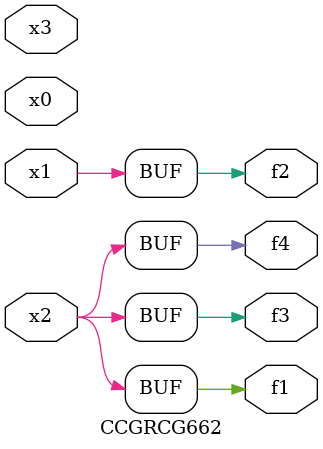
<source format=v>
module CCGRCG662(
	input x0, x1, x2, x3,
	output f1, f2, f3, f4
);
	assign f1 = x2;
	assign f2 = x1;
	assign f3 = x2;
	assign f4 = x2;
endmodule

</source>
